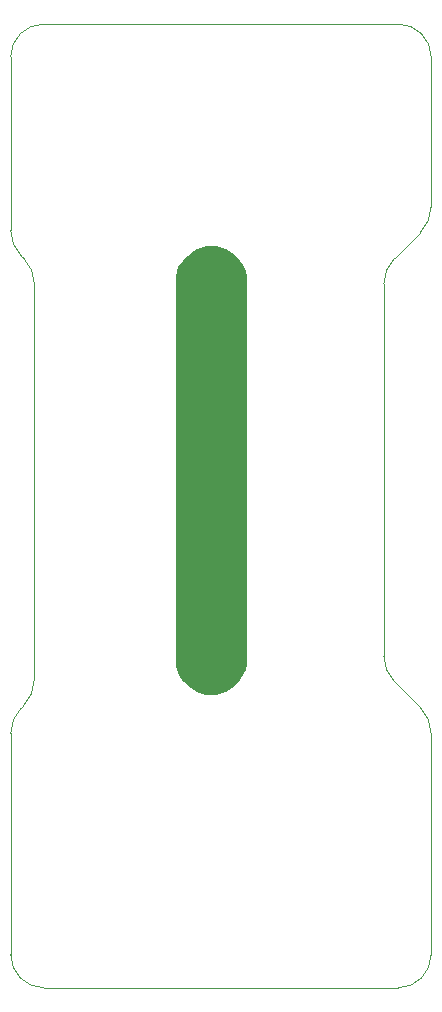
<source format=gbr>
G04*
G04 #@! TF.GenerationSoftware,Altium Limited,Altium Designer,22.11.1 (43)*
G04*
G04 Layer_Color=0*
%FSLAX44Y44*%
%MOMM*%
G71*
G04*
G04 #@! TF.SameCoordinates,A02E6F09-B365-49D6-8537-B30C210521C3*
G04*
G04*
G04 #@! TF.FilePolarity,Positive*
G04*
G01*
G75*
%ADD43C,0.0254*%
G36*
X830035Y933713D02*
X832906Y933142D01*
X835708Y932292D01*
X838413Y931172D01*
X840995Y929791D01*
X843429Y928165D01*
X845693Y926307D01*
X846728Y925272D01*
X846728Y925272D01*
X848560Y923439D01*
X850330Y921671D01*
X853109Y917511D01*
X855024Y912888D01*
X856000Y907981D01*
X856000Y905479D01*
X856000Y905479D01*
X856000Y582521D01*
X856000Y580019D01*
X855024Y575112D01*
X853109Y570490D01*
X850330Y566329D01*
X848560Y564561D01*
X847603Y563430D01*
X845476Y561368D01*
X843158Y559525D01*
X840669Y557917D01*
X838035Y556562D01*
X835281Y555471D01*
X832433Y554655D01*
X829519Y554122D01*
X828043Y554000D01*
X828043Y554000D01*
X825657D01*
X824274Y554000D01*
X821523Y554271D01*
X818811Y554810D01*
X816164Y555613D01*
X813610Y556671D01*
X811171Y557975D01*
X808872Y559511D01*
X806735Y561265D01*
X805757Y562243D01*
Y562243D01*
X803071Y564929D01*
X801390Y566610D01*
X798748Y570564D01*
X796928Y574958D01*
X796000Y579622D01*
Y582000D01*
Y905479D01*
Y907981D01*
X796976Y912888D01*
X798891Y917510D01*
X801671Y921670D01*
X803439Y923439D01*
X803439Y923439D01*
X805758Y925758D01*
X806735Y926735D01*
X808873Y928489D01*
X811172Y930025D01*
X813610Y931329D01*
X816165Y932387D01*
X818811Y933190D01*
X821523Y933729D01*
X824275Y934000D01*
X825657Y934000D01*
X825657Y934000D01*
X827121Y934000D01*
X830035Y933713D01*
D02*
G37*
D43*
X656000Y334000D02*
X656000Y521300D01*
D02*
G02*
X664980Y542980I30661J-0D01*
G01*
X667020Y545020D01*
D02*
G03*
X676000Y566700I-21680J21680D01*
G01*
X676000Y902000D01*
D02*
G03*
X667020Y923680I-30660J0D01*
G01*
X664980Y925720D01*
D02*
G02*
X656000Y947400I21680J21680D01*
G01*
Y1094000D01*
D02*
G02*
X684000Y1122000I28000J0D01*
G01*
X984000Y1122000D01*
D02*
G02*
X1012000Y1094000I0J-28000D01*
G01*
Y967400D01*
D02*
G02*
X1003020Y945720I-30660J-0D01*
G01*
X980980Y923680D01*
D02*
G03*
X972000Y902000I21680J-21680D01*
G01*
Y586700D01*
D02*
G03*
X980980Y565020I30661J0D01*
G01*
X1003020Y542980D01*
D02*
G02*
X1012000Y521300I-21680J-21680D01*
G01*
Y334000D01*
D02*
G02*
X984000Y306000I-28000J0D01*
G01*
X684000Y306000D01*
D02*
G02*
X656000Y334000I0J28000D01*
G01*
M02*

</source>
